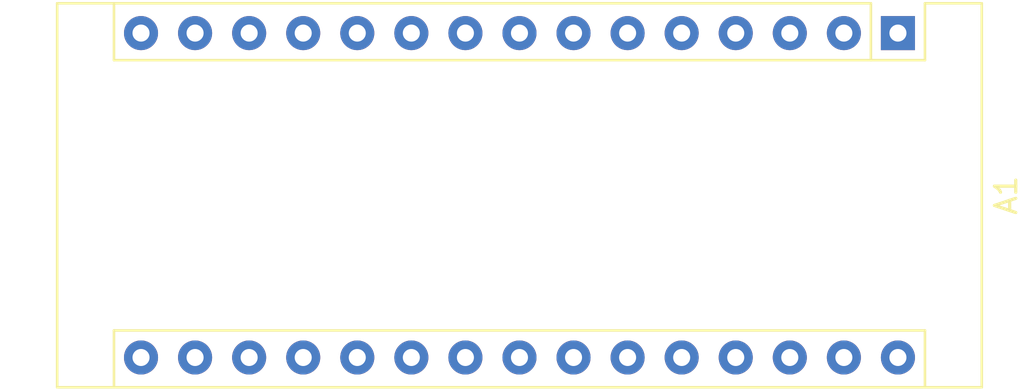
<source format=kicad_pcb>
(kicad_pcb (version 20171130) (host pcbnew "(5.0.0)")

  (general
    (thickness 1.6)
    (drawings 0)
    (tracks 0)
    (zones 0)
    (modules 1)
    (nets 1)
  )

  (page A4)
  (layers
    (0 F.Cu signal)
    (31 B.Cu signal)
    (32 B.Adhes user)
    (33 F.Adhes user)
    (34 B.Paste user)
    (35 F.Paste user)
    (36 B.SilkS user)
    (37 F.SilkS user)
    (38 B.Mask user)
    (39 F.Mask user)
    (40 Dwgs.User user)
    (41 Cmts.User user)
    (42 Eco1.User user)
    (43 Eco2.User user)
    (44 Edge.Cuts user)
    (45 Margin user)
    (46 B.CrtYd user)
    (47 F.CrtYd user)
    (48 B.Fab user)
    (49 F.Fab user)
  )

  (setup
    (last_trace_width 0.25)
    (trace_clearance 0.2)
    (zone_clearance 0.508)
    (zone_45_only no)
    (trace_min 0.2)
    (segment_width 0.2)
    (edge_width 0.15)
    (via_size 0.8)
    (via_drill 0.4)
    (via_min_size 0.4)
    (via_min_drill 0.3)
    (uvia_size 0.3)
    (uvia_drill 0.1)
    (uvias_allowed no)
    (uvia_min_size 0.2)
    (uvia_min_drill 0.1)
    (pcb_text_width 0.3)
    (pcb_text_size 1.5 1.5)
    (mod_edge_width 0.15)
    (mod_text_size 1 1)
    (mod_text_width 0.15)
    (pad_size 1.524 1.524)
    (pad_drill 0.762)
    (pad_to_mask_clearance 0.2)
    (aux_axis_origin 0 0)
    (visible_elements FFFFFF7F)
    (pcbplotparams
      (layerselection 0x010fc_ffffffff)
      (usegerberextensions false)
      (usegerberattributes false)
      (usegerberadvancedattributes false)
      (creategerberjobfile false)
      (excludeedgelayer true)
      (linewidth 0.100000)
      (plotframeref false)
      (viasonmask false)
      (mode 1)
      (useauxorigin false)
      (hpglpennumber 1)
      (hpglpenspeed 20)
      (hpglpendiameter 15.000000)
      (psnegative false)
      (psa4output false)
      (plotreference true)
      (plotvalue true)
      (plotinvisibletext false)
      (padsonsilk false)
      (subtractmaskfromsilk false)
      (outputformat 1)
      (mirror false)
      (drillshape 1)
      (scaleselection 1)
      (outputdirectory ""))
  )

  (net 0 "")

  (net_class Default "This is the default net class."
    (clearance 0.2)
    (trace_width 0.25)
    (via_dia 0.8)
    (via_drill 0.4)
    (uvia_dia 0.3)
    (uvia_drill 0.1)
  )

  (module Module:Arduino_Nano (layer F.Cu) (tedit 58ACAF70) (tstamp 5CC30CC7)
    (at 103.1748 76.7588 270)
    (descr "Arduino Nano, http://www.mouser.com/pdfdocs/Gravitech_Arduino_Nano3_0.pdf")
    (tags "Arduino Nano")
    (path /5CB6C6CB)
    (fp_text reference A1 (at 7.62 -5.08 270) (layer F.SilkS)
      (effects (font (size 1 1) (thickness 0.15)))
    )
    (fp_text value Arduino_Nano_v3.x (at 8.89 19.05) (layer F.Fab)
      (effects (font (size 1 1) (thickness 0.15)))
    )
    (fp_text user %R (at 6.35 19.05) (layer F.Fab)
      (effects (font (size 1 1) (thickness 0.15)))
    )
    (fp_line (start 1.27 1.27) (end 1.27 -1.27) (layer F.SilkS) (width 0.12))
    (fp_line (start 1.27 -1.27) (end -1.4 -1.27) (layer F.SilkS) (width 0.12))
    (fp_line (start -1.4 1.27) (end -1.4 39.5) (layer F.SilkS) (width 0.12))
    (fp_line (start -1.4 -3.94) (end -1.4 -1.27) (layer F.SilkS) (width 0.12))
    (fp_line (start 13.97 -1.27) (end 16.64 -1.27) (layer F.SilkS) (width 0.12))
    (fp_line (start 13.97 -1.27) (end 13.97 36.83) (layer F.SilkS) (width 0.12))
    (fp_line (start 13.97 36.83) (end 16.64 36.83) (layer F.SilkS) (width 0.12))
    (fp_line (start 1.27 1.27) (end -1.4 1.27) (layer F.SilkS) (width 0.12))
    (fp_line (start 1.27 1.27) (end 1.27 36.83) (layer F.SilkS) (width 0.12))
    (fp_line (start 1.27 36.83) (end -1.4 36.83) (layer F.SilkS) (width 0.12))
    (fp_line (start 3.81 31.75) (end 11.43 31.75) (layer F.Fab) (width 0.1))
    (fp_line (start 11.43 31.75) (end 11.43 41.91) (layer F.Fab) (width 0.1))
    (fp_line (start 11.43 41.91) (end 3.81 41.91) (layer F.Fab) (width 0.1))
    (fp_line (start 3.81 41.91) (end 3.81 31.75) (layer F.Fab) (width 0.1))
    (fp_line (start -1.4 39.5) (end 16.64 39.5) (layer F.SilkS) (width 0.12))
    (fp_line (start 16.64 39.5) (end 16.64 -3.94) (layer F.SilkS) (width 0.12))
    (fp_line (start 16.64 -3.94) (end -1.4 -3.94) (layer F.SilkS) (width 0.12))
    (fp_line (start 16.51 39.37) (end -1.27 39.37) (layer F.Fab) (width 0.1))
    (fp_line (start -1.27 39.37) (end -1.27 -2.54) (layer F.Fab) (width 0.1))
    (fp_line (start -1.27 -2.54) (end 0 -3.81) (layer F.Fab) (width 0.1))
    (fp_line (start 0 -3.81) (end 16.51 -3.81) (layer F.Fab) (width 0.1))
    (fp_line (start 16.51 -3.81) (end 16.51 39.37) (layer F.Fab) (width 0.1))
    (fp_line (start -1.53 -4.06) (end 16.75 -4.06) (layer F.CrtYd) (width 0.05))
    (fp_line (start -1.53 -4.06) (end -1.53 42.16) (layer F.CrtYd) (width 0.05))
    (fp_line (start 16.75 42.16) (end 16.75 -4.06) (layer F.CrtYd) (width 0.05))
    (fp_line (start 16.75 42.16) (end -1.53 42.16) (layer F.CrtYd) (width 0.05))
    (pad 1 thru_hole rect (at 0 0 270) (size 1.6 1.6) (drill 0.8) (layers *.Cu *.Mask))
    (pad 17 thru_hole oval (at 15.24 33.02 270) (size 1.6 1.6) (drill 0.8) (layers *.Cu *.Mask))
    (pad 2 thru_hole oval (at 0 2.54 270) (size 1.6 1.6) (drill 0.8) (layers *.Cu *.Mask))
    (pad 18 thru_hole oval (at 15.24 30.48 270) (size 1.6 1.6) (drill 0.8) (layers *.Cu *.Mask))
    (pad 3 thru_hole oval (at 0 5.08 270) (size 1.6 1.6) (drill 0.8) (layers *.Cu *.Mask))
    (pad 19 thru_hole oval (at 15.24 27.94 270) (size 1.6 1.6) (drill 0.8) (layers *.Cu *.Mask))
    (pad 4 thru_hole oval (at 0 7.62 270) (size 1.6 1.6) (drill 0.8) (layers *.Cu *.Mask))
    (pad 20 thru_hole oval (at 15.24 25.4 270) (size 1.6 1.6) (drill 0.8) (layers *.Cu *.Mask))
    (pad 5 thru_hole oval (at 0 10.16 270) (size 1.6 1.6) (drill 0.8) (layers *.Cu *.Mask))
    (pad 21 thru_hole oval (at 15.24 22.86 270) (size 1.6 1.6) (drill 0.8) (layers *.Cu *.Mask))
    (pad 6 thru_hole oval (at 0 12.7 270) (size 1.6 1.6) (drill 0.8) (layers *.Cu *.Mask))
    (pad 22 thru_hole oval (at 15.24 20.32 270) (size 1.6 1.6) (drill 0.8) (layers *.Cu *.Mask))
    (pad 7 thru_hole oval (at 0 15.24 270) (size 1.6 1.6) (drill 0.8) (layers *.Cu *.Mask))
    (pad 23 thru_hole oval (at 15.24 17.78 270) (size 1.6 1.6) (drill 0.8) (layers *.Cu *.Mask))
    (pad 8 thru_hole oval (at 0 17.78 270) (size 1.6 1.6) (drill 0.8) (layers *.Cu *.Mask))
    (pad 24 thru_hole oval (at 15.24 15.24 270) (size 1.6 1.6) (drill 0.8) (layers *.Cu *.Mask))
    (pad 9 thru_hole oval (at 0 20.32 270) (size 1.6 1.6) (drill 0.8) (layers *.Cu *.Mask))
    (pad 25 thru_hole oval (at 15.24 12.7 270) (size 1.6 1.6) (drill 0.8) (layers *.Cu *.Mask))
    (pad 10 thru_hole oval (at 0 22.86 270) (size 1.6 1.6) (drill 0.8) (layers *.Cu *.Mask))
    (pad 26 thru_hole oval (at 15.24 10.16 270) (size 1.6 1.6) (drill 0.8) (layers *.Cu *.Mask))
    (pad 11 thru_hole oval (at 0 25.4 270) (size 1.6 1.6) (drill 0.8) (layers *.Cu *.Mask))
    (pad 27 thru_hole oval (at 15.24 7.62 270) (size 1.6 1.6) (drill 0.8) (layers *.Cu *.Mask))
    (pad 12 thru_hole oval (at 0 27.94 270) (size 1.6 1.6) (drill 0.8) (layers *.Cu *.Mask))
    (pad 28 thru_hole oval (at 15.24 5.08 270) (size 1.6 1.6) (drill 0.8) (layers *.Cu *.Mask))
    (pad 13 thru_hole oval (at 0 30.48 270) (size 1.6 1.6) (drill 0.8) (layers *.Cu *.Mask))
    (pad 29 thru_hole oval (at 15.24 2.54 270) (size 1.6 1.6) (drill 0.8) (layers *.Cu *.Mask))
    (pad 14 thru_hole oval (at 0 33.02 270) (size 1.6 1.6) (drill 0.8) (layers *.Cu *.Mask))
    (pad 30 thru_hole oval (at 15.24 0 270) (size 1.6 1.6) (drill 0.8) (layers *.Cu *.Mask))
    (pad 15 thru_hole oval (at 0 35.56 270) (size 1.6 1.6) (drill 0.8) (layers *.Cu *.Mask))
    (pad 16 thru_hole oval (at 15.24 35.56 270) (size 1.6 1.6) (drill 0.8) (layers *.Cu *.Mask))
    (model ${KISYS3DMOD}/Module.3dshapes/Arduino_Nano_WithMountingHoles.wrl
      (at (xyz 0 0 0))
      (scale (xyz 1 1 1))
      (rotate (xyz 0 0 0))
    )
  )

)

</source>
